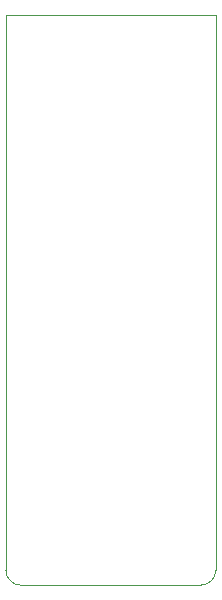
<source format=gm1>
%TF.GenerationSoftware,KiCad,Pcbnew,(6.0.7)*%
%TF.CreationDate,2022-08-02T21:03:16-07:00*%
%TF.ProjectId,Bike Flamingo for Itsy Bitsy 5V 16MHz_ USB Power Rev 1,42696b65-2046-46c6-916d-696e676f2066,rev?*%
%TF.SameCoordinates,Original*%
%TF.FileFunction,Profile,NP*%
%FSLAX46Y46*%
G04 Gerber Fmt 4.6, Leading zero omitted, Abs format (unit mm)*
G04 Created by KiCad (PCBNEW (6.0.7)) date 2022-08-02 21:03:16*
%MOMM*%
%LPD*%
G01*
G04 APERTURE LIST*
%TA.AperFunction,Profile*%
%ADD10C,0.100000*%
%TD*%
G04 APERTURE END LIST*
D10*
X134620000Y-83820000D02*
X134620000Y-130810000D01*
X133350000Y-132080000D02*
G75*
G03*
X134620000Y-130810000I0J1270000D01*
G01*
X118110000Y-132080000D02*
X133350000Y-132080000D01*
X116840000Y-130810000D02*
G75*
G03*
X118110000Y-132080000I1270000J0D01*
G01*
X116840000Y-130810000D02*
X116840000Y-83820000D01*
X116840000Y-83820000D02*
X134620000Y-83820000D01*
M02*

</source>
